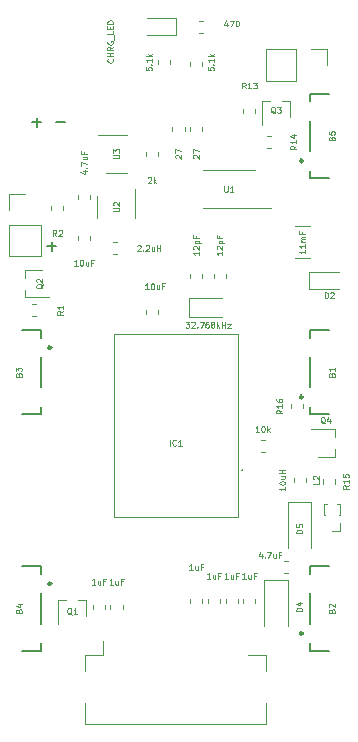
<source format=gbr>
%TF.GenerationSoftware,KiCad,Pcbnew,(5.99.0-2309-gaf729d578)*%
%TF.CreationDate,2020-07-18T18:02:02-04:00*%
%TF.ProjectId,mk2,6d6b322e-6b69-4636-9164-5f7063625858,rev?*%
%TF.SameCoordinates,Original*%
%TF.FileFunction,Legend,Top*%
%TF.FilePolarity,Positive*%
%FSLAX46Y46*%
G04 Gerber Fmt 4.6, Leading zero omitted, Abs format (unit mm)*
G04 Created by KiCad (PCBNEW (5.99.0-2309-gaf729d578)) date 2020-07-18 18:02:02*
%MOMM*%
%LPD*%
G01*
G04 APERTURE LIST*
%ADD10C,0.150000*%
%ADD11C,0.125000*%
%ADD12C,0.120000*%
%ADD13C,0.250000*%
%ADD14C,0.100000*%
G04 APERTURE END LIST*
D10*
X14119047Y-29321428D02*
X14880952Y-29321428D01*
X14500000Y-29702380D02*
X14500000Y-28940476D01*
X12869047Y-18821428D02*
X13630952Y-18821428D01*
X13250000Y-19202380D02*
X13250000Y-18440476D01*
X14869047Y-18821428D02*
X15630952Y-18821428D01*
D11*
%TO.C,R16*%
X34046190Y-43196428D02*
X33808095Y-43363095D01*
X34046190Y-43482142D02*
X33546190Y-43482142D01*
X33546190Y-43291666D01*
X33570000Y-43244047D01*
X33593809Y-43220238D01*
X33641428Y-43196428D01*
X33712857Y-43196428D01*
X33760476Y-43220238D01*
X33784285Y-43244047D01*
X33808095Y-43291666D01*
X33808095Y-43482142D01*
X34046190Y-42720238D02*
X34046190Y-43005952D01*
X34046190Y-42863095D02*
X33546190Y-42863095D01*
X33617619Y-42910714D01*
X33665238Y-42958333D01*
X33689047Y-43005952D01*
X33546190Y-42291666D02*
X33546190Y-42386904D01*
X33570000Y-42434523D01*
X33593809Y-42458333D01*
X33665238Y-42505952D01*
X33760476Y-42529761D01*
X33950952Y-42529761D01*
X33998571Y-42505952D01*
X34022380Y-42482142D01*
X34046190Y-42434523D01*
X34046190Y-42339285D01*
X34022380Y-42291666D01*
X33998571Y-42267857D01*
X33950952Y-42244047D01*
X33831904Y-42244047D01*
X33784285Y-42267857D01*
X33760476Y-42291666D01*
X33736666Y-42339285D01*
X33736666Y-42434523D01*
X33760476Y-42482142D01*
X33784285Y-42505952D01*
X33831904Y-42529761D01*
%TO.C,R15*%
X39656190Y-49571428D02*
X39418095Y-49738095D01*
X39656190Y-49857142D02*
X39156190Y-49857142D01*
X39156190Y-49666666D01*
X39180000Y-49619047D01*
X39203809Y-49595238D01*
X39251428Y-49571428D01*
X39322857Y-49571428D01*
X39370476Y-49595238D01*
X39394285Y-49619047D01*
X39418095Y-49666666D01*
X39418095Y-49857142D01*
X39656190Y-49095238D02*
X39656190Y-49380952D01*
X39656190Y-49238095D02*
X39156190Y-49238095D01*
X39227619Y-49285714D01*
X39275238Y-49333333D01*
X39299047Y-49380952D01*
X39156190Y-48642857D02*
X39156190Y-48880952D01*
X39394285Y-48904761D01*
X39370476Y-48880952D01*
X39346666Y-48833333D01*
X39346666Y-48714285D01*
X39370476Y-48666666D01*
X39394285Y-48642857D01*
X39441904Y-48619047D01*
X39560952Y-48619047D01*
X39608571Y-48642857D01*
X39632380Y-48666666D01*
X39656190Y-48714285D01*
X39656190Y-48833333D01*
X39632380Y-48880952D01*
X39608571Y-48904761D01*
%TO.C,Q4*%
X37652380Y-44323809D02*
X37604761Y-44300000D01*
X37557142Y-44252380D01*
X37485714Y-44180952D01*
X37438095Y-44157142D01*
X37390476Y-44157142D01*
X37414285Y-44276190D02*
X37366666Y-44252380D01*
X37319047Y-44204761D01*
X37295238Y-44109523D01*
X37295238Y-43942857D01*
X37319047Y-43847619D01*
X37366666Y-43800000D01*
X37414285Y-43776190D01*
X37509523Y-43776190D01*
X37557142Y-43800000D01*
X37604761Y-43847619D01*
X37628571Y-43942857D01*
X37628571Y-44109523D01*
X37604761Y-44204761D01*
X37557142Y-44252380D01*
X37509523Y-44276190D01*
X37414285Y-44276190D01*
X38057142Y-43942857D02*
X38057142Y-44276190D01*
X37938095Y-43752380D02*
X37819047Y-44109523D01*
X38128571Y-44109523D01*
%TO.C,SW5*%
X11714285Y-60202380D02*
X11738095Y-60130952D01*
X11761904Y-60107142D01*
X11809523Y-60083333D01*
X11880952Y-60083333D01*
X11928571Y-60107142D01*
X11952380Y-60130952D01*
X11976190Y-60178571D01*
X11976190Y-60369047D01*
X11476190Y-60369047D01*
X11476190Y-60202380D01*
X11500000Y-60154761D01*
X11523809Y-60130952D01*
X11571428Y-60107142D01*
X11619047Y-60107142D01*
X11666666Y-60130952D01*
X11690476Y-60154761D01*
X11714285Y-60202380D01*
X11714285Y-60369047D01*
X11642857Y-59654761D02*
X11976190Y-59654761D01*
X11452380Y-59773809D02*
X11809523Y-59892857D01*
X11809523Y-59583333D01*
%TO.C,SW4*%
X11714285Y-40202380D02*
X11738095Y-40130952D01*
X11761904Y-40107142D01*
X11809523Y-40083333D01*
X11880952Y-40083333D01*
X11928571Y-40107142D01*
X11952380Y-40130952D01*
X11976190Y-40178571D01*
X11976190Y-40369047D01*
X11476190Y-40369047D01*
X11476190Y-40202380D01*
X11500000Y-40154761D01*
X11523809Y-40130952D01*
X11571428Y-40107142D01*
X11619047Y-40107142D01*
X11666666Y-40130952D01*
X11690476Y-40154761D01*
X11714285Y-40202380D01*
X11714285Y-40369047D01*
X11476190Y-39916666D02*
X11476190Y-39607142D01*
X11666666Y-39773809D01*
X11666666Y-39702380D01*
X11690476Y-39654761D01*
X11714285Y-39630952D01*
X11761904Y-39607142D01*
X11880952Y-39607142D01*
X11928571Y-39630952D01*
X11952380Y-39654761D01*
X11976190Y-39702380D01*
X11976190Y-39845238D01*
X11952380Y-39892857D01*
X11928571Y-39916666D01*
%TO.C,SW3*%
X38214285Y-60202380D02*
X38238095Y-60130952D01*
X38261904Y-60107142D01*
X38309523Y-60083333D01*
X38380952Y-60083333D01*
X38428571Y-60107142D01*
X38452380Y-60130952D01*
X38476190Y-60178571D01*
X38476190Y-60369047D01*
X37976190Y-60369047D01*
X37976190Y-60202380D01*
X38000000Y-60154761D01*
X38023809Y-60130952D01*
X38071428Y-60107142D01*
X38119047Y-60107142D01*
X38166666Y-60130952D01*
X38190476Y-60154761D01*
X38214285Y-60202380D01*
X38214285Y-60369047D01*
X38023809Y-59892857D02*
X38000000Y-59869047D01*
X37976190Y-59821428D01*
X37976190Y-59702380D01*
X38000000Y-59654761D01*
X38023809Y-59630952D01*
X38071428Y-59607142D01*
X38119047Y-59607142D01*
X38190476Y-59630952D01*
X38476190Y-59916666D01*
X38476190Y-59607142D01*
%TO.C,SW2*%
X38214285Y-40202380D02*
X38238095Y-40130952D01*
X38261904Y-40107142D01*
X38309523Y-40083333D01*
X38380952Y-40083333D01*
X38428571Y-40107142D01*
X38452380Y-40130952D01*
X38476190Y-40178571D01*
X38476190Y-40369047D01*
X37976190Y-40369047D01*
X37976190Y-40202380D01*
X38000000Y-40154761D01*
X38023809Y-40130952D01*
X38071428Y-40107142D01*
X38119047Y-40107142D01*
X38166666Y-40130952D01*
X38190476Y-40154761D01*
X38214285Y-40202380D01*
X38214285Y-40369047D01*
X38476190Y-39607142D02*
X38476190Y-39892857D01*
X38476190Y-39750000D02*
X37976190Y-39750000D01*
X38047619Y-39797619D01*
X38095238Y-39845238D01*
X38119047Y-39892857D01*
%TO.C,SW1*%
X38214285Y-20202380D02*
X38238095Y-20130952D01*
X38261904Y-20107142D01*
X38309523Y-20083333D01*
X38380952Y-20083333D01*
X38428571Y-20107142D01*
X38452380Y-20130952D01*
X38476190Y-20178571D01*
X38476190Y-20369047D01*
X37976190Y-20369047D01*
X37976190Y-20202380D01*
X38000000Y-20154761D01*
X38023809Y-20130952D01*
X38071428Y-20107142D01*
X38119047Y-20107142D01*
X38166666Y-20130952D01*
X38190476Y-20154761D01*
X38214285Y-20202380D01*
X38214285Y-20369047D01*
X37976190Y-19630952D02*
X37976190Y-19869047D01*
X38214285Y-19892857D01*
X38190476Y-19869047D01*
X38166666Y-19821428D01*
X38166666Y-19702380D01*
X38190476Y-19654761D01*
X38214285Y-19630952D01*
X38261904Y-19607142D01*
X38380952Y-19607142D01*
X38428571Y-19630952D01*
X38452380Y-19654761D01*
X38476190Y-19702380D01*
X38476190Y-19821428D01*
X38452380Y-19869047D01*
X38428571Y-19892857D01*
%TO.C,R14*%
X35226190Y-20821428D02*
X34988095Y-20988095D01*
X35226190Y-21107142D02*
X34726190Y-21107142D01*
X34726190Y-20916666D01*
X34750000Y-20869047D01*
X34773809Y-20845238D01*
X34821428Y-20821428D01*
X34892857Y-20821428D01*
X34940476Y-20845238D01*
X34964285Y-20869047D01*
X34988095Y-20916666D01*
X34988095Y-21107142D01*
X35226190Y-20345238D02*
X35226190Y-20630952D01*
X35226190Y-20488095D02*
X34726190Y-20488095D01*
X34797619Y-20535714D01*
X34845238Y-20583333D01*
X34869047Y-20630952D01*
X34892857Y-19916666D02*
X35226190Y-19916666D01*
X34702380Y-20035714D02*
X35059523Y-20154761D01*
X35059523Y-19845238D01*
%TO.C,R13*%
X30928571Y-15976190D02*
X30761904Y-15738095D01*
X30642857Y-15976190D02*
X30642857Y-15476190D01*
X30833333Y-15476190D01*
X30880952Y-15500000D01*
X30904761Y-15523809D01*
X30928571Y-15571428D01*
X30928571Y-15642857D01*
X30904761Y-15690476D01*
X30880952Y-15714285D01*
X30833333Y-15738095D01*
X30642857Y-15738095D01*
X31404761Y-15976190D02*
X31119047Y-15976190D01*
X31261904Y-15976190D02*
X31261904Y-15476190D01*
X31214285Y-15547619D01*
X31166666Y-15595238D01*
X31119047Y-15619047D01*
X31571428Y-15476190D02*
X31880952Y-15476190D01*
X31714285Y-15666666D01*
X31785714Y-15666666D01*
X31833333Y-15690476D01*
X31857142Y-15714285D01*
X31880952Y-15761904D01*
X31880952Y-15880952D01*
X31857142Y-15928571D01*
X31833333Y-15952380D01*
X31785714Y-15976190D01*
X31642857Y-15976190D01*
X31595238Y-15952380D01*
X31571428Y-15928571D01*
%TO.C,R2*%
X14916666Y-28476190D02*
X14750000Y-28238095D01*
X14630952Y-28476190D02*
X14630952Y-27976190D01*
X14821428Y-27976190D01*
X14869047Y-28000000D01*
X14892857Y-28023809D01*
X14916666Y-28071428D01*
X14916666Y-28142857D01*
X14892857Y-28190476D01*
X14869047Y-28214285D01*
X14821428Y-28238095D01*
X14630952Y-28238095D01*
X15107142Y-28023809D02*
X15130952Y-28000000D01*
X15178571Y-27976190D01*
X15297619Y-27976190D01*
X15345238Y-28000000D01*
X15369047Y-28023809D01*
X15392857Y-28071428D01*
X15392857Y-28119047D01*
X15369047Y-28190476D01*
X15083333Y-28476190D01*
X15392857Y-28476190D01*
%TO.C,R1*%
X15476190Y-34833333D02*
X15238095Y-35000000D01*
X15476190Y-35119047D02*
X14976190Y-35119047D01*
X14976190Y-34928571D01*
X15000000Y-34880952D01*
X15023809Y-34857142D01*
X15071428Y-34833333D01*
X15142857Y-34833333D01*
X15190476Y-34857142D01*
X15214285Y-34880952D01*
X15238095Y-34928571D01*
X15238095Y-35119047D01*
X15476190Y-34357142D02*
X15476190Y-34642857D01*
X15476190Y-34500000D02*
X14976190Y-34500000D01*
X15047619Y-34547619D01*
X15095238Y-34595238D01*
X15119047Y-34642857D01*
%TO.C,Q3*%
X33452380Y-18073809D02*
X33404761Y-18050000D01*
X33357142Y-18002380D01*
X33285714Y-17930952D01*
X33238095Y-17907142D01*
X33190476Y-17907142D01*
X33214285Y-18026190D02*
X33166666Y-18002380D01*
X33119047Y-17954761D01*
X33095238Y-17859523D01*
X33095238Y-17692857D01*
X33119047Y-17597619D01*
X33166666Y-17550000D01*
X33214285Y-17526190D01*
X33309523Y-17526190D01*
X33357142Y-17550000D01*
X33404761Y-17597619D01*
X33428571Y-17692857D01*
X33428571Y-17859523D01*
X33404761Y-17954761D01*
X33357142Y-18002380D01*
X33309523Y-18026190D01*
X33214285Y-18026190D01*
X33595238Y-17526190D02*
X33904761Y-17526190D01*
X33738095Y-17716666D01*
X33809523Y-17716666D01*
X33857142Y-17740476D01*
X33880952Y-17764285D01*
X33904761Y-17811904D01*
X33904761Y-17930952D01*
X33880952Y-17978571D01*
X33857142Y-18002380D01*
X33809523Y-18026190D01*
X33666666Y-18026190D01*
X33619047Y-18002380D01*
X33595238Y-17978571D01*
%TO.C,Q2*%
X13773809Y-32547619D02*
X13750000Y-32595238D01*
X13702380Y-32642857D01*
X13630952Y-32714285D01*
X13607142Y-32761904D01*
X13607142Y-32809523D01*
X13726190Y-32785714D02*
X13702380Y-32833333D01*
X13654761Y-32880952D01*
X13559523Y-32904761D01*
X13392857Y-32904761D01*
X13297619Y-32880952D01*
X13250000Y-32833333D01*
X13226190Y-32785714D01*
X13226190Y-32690476D01*
X13250000Y-32642857D01*
X13297619Y-32595238D01*
X13392857Y-32571428D01*
X13559523Y-32571428D01*
X13654761Y-32595238D01*
X13702380Y-32642857D01*
X13726190Y-32690476D01*
X13726190Y-32785714D01*
X13273809Y-32380952D02*
X13250000Y-32357142D01*
X13226190Y-32309523D01*
X13226190Y-32190476D01*
X13250000Y-32142857D01*
X13273809Y-32119047D01*
X13321428Y-32095238D01*
X13369047Y-32095238D01*
X13440476Y-32119047D01*
X13726190Y-32404761D01*
X13726190Y-32095238D01*
%TO.C,C5*%
X35976190Y-29642857D02*
X35976190Y-29928571D01*
X35976190Y-29785714D02*
X35476190Y-29785714D01*
X35547619Y-29833333D01*
X35595238Y-29880952D01*
X35619047Y-29928571D01*
X35976190Y-29166666D02*
X35976190Y-29452380D01*
X35976190Y-29309523D02*
X35476190Y-29309523D01*
X35547619Y-29357142D01*
X35595238Y-29404761D01*
X35619047Y-29452380D01*
X35976190Y-28952380D02*
X35642857Y-28952380D01*
X35690476Y-28952380D02*
X35666666Y-28928571D01*
X35642857Y-28880952D01*
X35642857Y-28809523D01*
X35666666Y-28761904D01*
X35714285Y-28738095D01*
X35976190Y-28738095D01*
X35714285Y-28738095D02*
X35666666Y-28714285D01*
X35642857Y-28666666D01*
X35642857Y-28595238D01*
X35666666Y-28547619D01*
X35714285Y-28523809D01*
X35976190Y-28523809D01*
X35714285Y-28119047D02*
X35714285Y-28285714D01*
X35976190Y-28285714D02*
X35476190Y-28285714D01*
X35476190Y-28047619D01*
%TO.C,Y1*%
X25845238Y-35726190D02*
X26154761Y-35726190D01*
X25988095Y-35916666D01*
X26059523Y-35916666D01*
X26107142Y-35940476D01*
X26130952Y-35964285D01*
X26154761Y-36011904D01*
X26154761Y-36130952D01*
X26130952Y-36178571D01*
X26107142Y-36202380D01*
X26059523Y-36226190D01*
X25916666Y-36226190D01*
X25869047Y-36202380D01*
X25845238Y-36178571D01*
X26345238Y-35773809D02*
X26369047Y-35750000D01*
X26416666Y-35726190D01*
X26535714Y-35726190D01*
X26583333Y-35750000D01*
X26607142Y-35773809D01*
X26630952Y-35821428D01*
X26630952Y-35869047D01*
X26607142Y-35940476D01*
X26321428Y-36226190D01*
X26630952Y-36226190D01*
X26845238Y-36178571D02*
X26869047Y-36202380D01*
X26845238Y-36226190D01*
X26821428Y-36202380D01*
X26845238Y-36178571D01*
X26845238Y-36226190D01*
X27035714Y-35726190D02*
X27369047Y-35726190D01*
X27154761Y-36226190D01*
X27773809Y-35726190D02*
X27678571Y-35726190D01*
X27630952Y-35750000D01*
X27607142Y-35773809D01*
X27559523Y-35845238D01*
X27535714Y-35940476D01*
X27535714Y-36130952D01*
X27559523Y-36178571D01*
X27583333Y-36202380D01*
X27630952Y-36226190D01*
X27726190Y-36226190D01*
X27773809Y-36202380D01*
X27797619Y-36178571D01*
X27821428Y-36130952D01*
X27821428Y-36011904D01*
X27797619Y-35964285D01*
X27773809Y-35940476D01*
X27726190Y-35916666D01*
X27630952Y-35916666D01*
X27583333Y-35940476D01*
X27559523Y-35964285D01*
X27535714Y-36011904D01*
X28107142Y-35940476D02*
X28059523Y-35916666D01*
X28035714Y-35892857D01*
X28011904Y-35845238D01*
X28011904Y-35821428D01*
X28035714Y-35773809D01*
X28059523Y-35750000D01*
X28107142Y-35726190D01*
X28202380Y-35726190D01*
X28250000Y-35750000D01*
X28273809Y-35773809D01*
X28297619Y-35821428D01*
X28297619Y-35845238D01*
X28273809Y-35892857D01*
X28250000Y-35916666D01*
X28202380Y-35940476D01*
X28107142Y-35940476D01*
X28059523Y-35964285D01*
X28035714Y-35988095D01*
X28011904Y-36035714D01*
X28011904Y-36130952D01*
X28035714Y-36178571D01*
X28059523Y-36202380D01*
X28107142Y-36226190D01*
X28202380Y-36226190D01*
X28250000Y-36202380D01*
X28273809Y-36178571D01*
X28297619Y-36130952D01*
X28297619Y-36035714D01*
X28273809Y-35988095D01*
X28250000Y-35964285D01*
X28202380Y-35940476D01*
X28511904Y-36226190D02*
X28511904Y-35726190D01*
X28559523Y-36035714D02*
X28702380Y-36226190D01*
X28702380Y-35892857D02*
X28511904Y-36083333D01*
X28916666Y-36226190D02*
X28916666Y-35726190D01*
X28916666Y-35964285D02*
X29202380Y-35964285D01*
X29202380Y-36226190D02*
X29202380Y-35726190D01*
X29392857Y-35892857D02*
X29654761Y-35892857D01*
X29392857Y-36226190D01*
X29654761Y-36226190D01*
%TO.C,U3*%
X19726190Y-21880952D02*
X20130952Y-21880952D01*
X20178571Y-21857142D01*
X20202380Y-21833333D01*
X20226190Y-21785714D01*
X20226190Y-21690476D01*
X20202380Y-21642857D01*
X20178571Y-21619047D01*
X20130952Y-21595238D01*
X19726190Y-21595238D01*
X19726190Y-21404761D02*
X19726190Y-21095238D01*
X19916666Y-21261904D01*
X19916666Y-21190476D01*
X19940476Y-21142857D01*
X19964285Y-21119047D01*
X20011904Y-21095238D01*
X20130952Y-21095238D01*
X20178571Y-21119047D01*
X20202380Y-21142857D01*
X20226190Y-21190476D01*
X20226190Y-21333333D01*
X20202380Y-21380952D01*
X20178571Y-21404761D01*
%TO.C,U2*%
X19726190Y-26380952D02*
X20130952Y-26380952D01*
X20178571Y-26357142D01*
X20202380Y-26333333D01*
X20226190Y-26285714D01*
X20226190Y-26190476D01*
X20202380Y-26142857D01*
X20178571Y-26119047D01*
X20130952Y-26095238D01*
X19726190Y-26095238D01*
X19773809Y-25880952D02*
X19750000Y-25857142D01*
X19726190Y-25809523D01*
X19726190Y-25690476D01*
X19750000Y-25642857D01*
X19773809Y-25619047D01*
X19821428Y-25595238D01*
X19869047Y-25595238D01*
X19940476Y-25619047D01*
X20226190Y-25904761D01*
X20226190Y-25595238D01*
%TO.C,U1*%
X29119047Y-24226190D02*
X29119047Y-24630952D01*
X29142857Y-24678571D01*
X29166666Y-24702380D01*
X29214285Y-24726190D01*
X29309523Y-24726190D01*
X29357142Y-24702380D01*
X29380952Y-24678571D01*
X29404761Y-24630952D01*
X29404761Y-24226190D01*
X29904761Y-24726190D02*
X29619047Y-24726190D01*
X29761904Y-24726190D02*
X29761904Y-24226190D01*
X29714285Y-24297619D01*
X29666666Y-24345238D01*
X29619047Y-24369047D01*
%TO.C,R12*%
X27726190Y-14190476D02*
X27726190Y-14428571D01*
X27964285Y-14452380D01*
X27940476Y-14428571D01*
X27916666Y-14380952D01*
X27916666Y-14261904D01*
X27940476Y-14214285D01*
X27964285Y-14190476D01*
X28011904Y-14166666D01*
X28130952Y-14166666D01*
X28178571Y-14190476D01*
X28202380Y-14214285D01*
X28226190Y-14261904D01*
X28226190Y-14380952D01*
X28202380Y-14428571D01*
X28178571Y-14452380D01*
X28178571Y-13952380D02*
X28202380Y-13928571D01*
X28226190Y-13952380D01*
X28202380Y-13976190D01*
X28178571Y-13952380D01*
X28226190Y-13952380D01*
X28226190Y-13452380D02*
X28226190Y-13738095D01*
X28226190Y-13595238D02*
X27726190Y-13595238D01*
X27797619Y-13642857D01*
X27845238Y-13690476D01*
X27869047Y-13738095D01*
X28226190Y-13238095D02*
X27726190Y-13238095D01*
X28035714Y-13190476D02*
X28226190Y-13047619D01*
X27892857Y-13047619D02*
X28083333Y-13238095D01*
%TO.C,R11*%
X22476190Y-14190476D02*
X22476190Y-14428571D01*
X22714285Y-14452380D01*
X22690476Y-14428571D01*
X22666666Y-14380952D01*
X22666666Y-14261904D01*
X22690476Y-14214285D01*
X22714285Y-14190476D01*
X22761904Y-14166666D01*
X22880952Y-14166666D01*
X22928571Y-14190476D01*
X22952380Y-14214285D01*
X22976190Y-14261904D01*
X22976190Y-14380952D01*
X22952380Y-14428571D01*
X22928571Y-14452380D01*
X22928571Y-13952380D02*
X22952380Y-13928571D01*
X22976190Y-13952380D01*
X22952380Y-13976190D01*
X22928571Y-13952380D01*
X22976190Y-13952380D01*
X22976190Y-13452380D02*
X22976190Y-13738095D01*
X22976190Y-13595238D02*
X22476190Y-13595238D01*
X22547619Y-13642857D01*
X22595238Y-13690476D01*
X22619047Y-13738095D01*
X22976190Y-13238095D02*
X22476190Y-13238095D01*
X22785714Y-13190476D02*
X22976190Y-13047619D01*
X22642857Y-13047619D02*
X22833333Y-13238095D01*
%TO.C,R10*%
X29369047Y-10392857D02*
X29369047Y-10726190D01*
X29250000Y-10202380D02*
X29130952Y-10559523D01*
X29440476Y-10559523D01*
X29583333Y-10226190D02*
X29916666Y-10226190D01*
X29702380Y-10726190D01*
X30202380Y-10226190D02*
X30250000Y-10226190D01*
X30297619Y-10250000D01*
X30321428Y-10273809D01*
X30345238Y-10321428D01*
X30369047Y-10416666D01*
X30369047Y-10535714D01*
X30345238Y-10630952D01*
X30321428Y-10678571D01*
X30297619Y-10702380D01*
X30250000Y-10726190D01*
X30202380Y-10726190D01*
X30154761Y-10702380D01*
X30130952Y-10678571D01*
X30107142Y-10630952D01*
X30083333Y-10535714D01*
X30083333Y-10416666D01*
X30107142Y-10321428D01*
X30130952Y-10273809D01*
X30154761Y-10250000D01*
X30202380Y-10226190D01*
%TO.C,R9*%
X22654761Y-23523809D02*
X22678571Y-23500000D01*
X22726190Y-23476190D01*
X22845238Y-23476190D01*
X22892857Y-23500000D01*
X22916666Y-23523809D01*
X22940476Y-23571428D01*
X22940476Y-23619047D01*
X22916666Y-23690476D01*
X22630952Y-23976190D01*
X22940476Y-23976190D01*
X23154761Y-23976190D02*
X23154761Y-23476190D01*
X23202380Y-23785714D02*
X23345238Y-23976190D01*
X23345238Y-23642857D02*
X23154761Y-23833333D01*
%TO.C,R5*%
X32077380Y-45046190D02*
X31791666Y-45046190D01*
X31934523Y-45046190D02*
X31934523Y-44546190D01*
X31886904Y-44617619D01*
X31839285Y-44665238D01*
X31791666Y-44689047D01*
X32386904Y-44546190D02*
X32434523Y-44546190D01*
X32482142Y-44570000D01*
X32505952Y-44593809D01*
X32529761Y-44641428D01*
X32553571Y-44736666D01*
X32553571Y-44855714D01*
X32529761Y-44950952D01*
X32505952Y-44998571D01*
X32482142Y-45022380D01*
X32434523Y-45046190D01*
X32386904Y-45046190D01*
X32339285Y-45022380D01*
X32315476Y-44998571D01*
X32291666Y-44950952D01*
X32267857Y-44855714D01*
X32267857Y-44736666D01*
X32291666Y-44641428D01*
X32315476Y-44593809D01*
X32339285Y-44570000D01*
X32386904Y-44546190D01*
X32767857Y-45046190D02*
X32767857Y-44546190D01*
X32815476Y-44855714D02*
X32958333Y-45046190D01*
X32958333Y-44712857D02*
X32767857Y-44903333D01*
%TO.C,R4*%
X26523809Y-21880952D02*
X26500000Y-21857142D01*
X26476190Y-21809523D01*
X26476190Y-21690476D01*
X26500000Y-21642857D01*
X26523809Y-21619047D01*
X26571428Y-21595238D01*
X26619047Y-21595238D01*
X26690476Y-21619047D01*
X26976190Y-21904761D01*
X26976190Y-21595238D01*
X26476190Y-21428571D02*
X26476190Y-21095238D01*
X26976190Y-21309523D01*
%TO.C,R3*%
X25023809Y-21880952D02*
X25000000Y-21857142D01*
X24976190Y-21809523D01*
X24976190Y-21690476D01*
X25000000Y-21642857D01*
X25023809Y-21619047D01*
X25071428Y-21595238D01*
X25119047Y-21595238D01*
X25190476Y-21619047D01*
X25476190Y-21904761D01*
X25476190Y-21595238D01*
X24976190Y-21428571D02*
X24976190Y-21095238D01*
X25476190Y-21309523D01*
%TO.C,Q1*%
X16202380Y-60523809D02*
X16154761Y-60500000D01*
X16107142Y-60452380D01*
X16035714Y-60380952D01*
X15988095Y-60357142D01*
X15940476Y-60357142D01*
X15964285Y-60476190D02*
X15916666Y-60452380D01*
X15869047Y-60404761D01*
X15845238Y-60309523D01*
X15845238Y-60142857D01*
X15869047Y-60047619D01*
X15916666Y-60000000D01*
X15964285Y-59976190D01*
X16059523Y-59976190D01*
X16107142Y-60000000D01*
X16154761Y-60047619D01*
X16178571Y-60142857D01*
X16178571Y-60309523D01*
X16154761Y-60404761D01*
X16107142Y-60452380D01*
X16059523Y-60476190D01*
X15964285Y-60476190D01*
X16654761Y-60476190D02*
X16369047Y-60476190D01*
X16511904Y-60476190D02*
X16511904Y-59976190D01*
X16464285Y-60047619D01*
X16416666Y-60095238D01*
X16369047Y-60119047D01*
%TO.C,L2*%
X37156190Y-49208333D02*
X37156190Y-49446428D01*
X36656190Y-49446428D01*
X36703809Y-49065476D02*
X36680000Y-49041666D01*
X36656190Y-48994047D01*
X36656190Y-48875000D01*
X36680000Y-48827380D01*
X36703809Y-48803571D01*
X36751428Y-48779761D01*
X36799047Y-48779761D01*
X36870476Y-48803571D01*
X37156190Y-49089285D01*
X37156190Y-48779761D01*
X34296190Y-49708333D02*
X34296190Y-49994047D01*
X34296190Y-49851190D02*
X33796190Y-49851190D01*
X33867619Y-49898809D01*
X33915238Y-49946428D01*
X33939047Y-49994047D01*
X33796190Y-49398809D02*
X33796190Y-49351190D01*
X33820000Y-49303571D01*
X33843809Y-49279761D01*
X33891428Y-49255952D01*
X33986666Y-49232142D01*
X34105714Y-49232142D01*
X34200952Y-49255952D01*
X34248571Y-49279761D01*
X34272380Y-49303571D01*
X34296190Y-49351190D01*
X34296190Y-49398809D01*
X34272380Y-49446428D01*
X34248571Y-49470238D01*
X34200952Y-49494047D01*
X34105714Y-49517857D01*
X33986666Y-49517857D01*
X33891428Y-49494047D01*
X33843809Y-49470238D01*
X33820000Y-49446428D01*
X33796190Y-49398809D01*
X33962857Y-48803571D02*
X34296190Y-48803571D01*
X33962857Y-49017857D02*
X34224761Y-49017857D01*
X34272380Y-48994047D01*
X34296190Y-48946428D01*
X34296190Y-48875000D01*
X34272380Y-48827380D01*
X34248571Y-48803571D01*
X34296190Y-48565476D02*
X33796190Y-48565476D01*
X34034285Y-48565476D02*
X34034285Y-48279761D01*
X34296190Y-48279761D02*
X33796190Y-48279761D01*
%TO.C,L1*%
X21761904Y-29273809D02*
X21785714Y-29250000D01*
X21833333Y-29226190D01*
X21952380Y-29226190D01*
X22000000Y-29250000D01*
X22023809Y-29273809D01*
X22047619Y-29321428D01*
X22047619Y-29369047D01*
X22023809Y-29440476D01*
X21738095Y-29726190D01*
X22047619Y-29726190D01*
X22261904Y-29678571D02*
X22285714Y-29702380D01*
X22261904Y-29726190D01*
X22238095Y-29702380D01*
X22261904Y-29678571D01*
X22261904Y-29726190D01*
X22476190Y-29273809D02*
X22500000Y-29250000D01*
X22547619Y-29226190D01*
X22666666Y-29226190D01*
X22714285Y-29250000D01*
X22738095Y-29273809D01*
X22761904Y-29321428D01*
X22761904Y-29369047D01*
X22738095Y-29440476D01*
X22452380Y-29726190D01*
X22761904Y-29726190D01*
X23190476Y-29392857D02*
X23190476Y-29726190D01*
X22976190Y-29392857D02*
X22976190Y-29654761D01*
X23000000Y-29702380D01*
X23047619Y-29726190D01*
X23119047Y-29726190D01*
X23166666Y-29702380D01*
X23190476Y-29678571D01*
X23428571Y-29726190D02*
X23428571Y-29226190D01*
X23428571Y-29464285D02*
X23714285Y-29464285D01*
X23714285Y-29726190D02*
X23714285Y-29226190D01*
%TO.C,IC1*%
X24511904Y-46226190D02*
X24511904Y-45726190D01*
X25035714Y-46178571D02*
X25011904Y-46202380D01*
X24940476Y-46226190D01*
X24892857Y-46226190D01*
X24821428Y-46202380D01*
X24773809Y-46154761D01*
X24750000Y-46107142D01*
X24726190Y-46011904D01*
X24726190Y-45940476D01*
X24750000Y-45845238D01*
X24773809Y-45797619D01*
X24821428Y-45750000D01*
X24892857Y-45726190D01*
X24940476Y-45726190D01*
X25011904Y-45750000D01*
X25035714Y-45773809D01*
X25511904Y-46226190D02*
X25226190Y-46226190D01*
X25369047Y-46226190D02*
X25369047Y-45726190D01*
X25321428Y-45797619D01*
X25273809Y-45845238D01*
X25226190Y-45869047D01*
%TO.C,D6*%
X19678571Y-13476190D02*
X19702380Y-13500000D01*
X19726190Y-13571428D01*
X19726190Y-13619047D01*
X19702380Y-13690476D01*
X19654761Y-13738095D01*
X19607142Y-13761904D01*
X19511904Y-13785714D01*
X19440476Y-13785714D01*
X19345238Y-13761904D01*
X19297619Y-13738095D01*
X19250000Y-13690476D01*
X19226190Y-13619047D01*
X19226190Y-13571428D01*
X19250000Y-13500000D01*
X19273809Y-13476190D01*
X19726190Y-13261904D02*
X19226190Y-13261904D01*
X19464285Y-13261904D02*
X19464285Y-12976190D01*
X19726190Y-12976190D02*
X19226190Y-12976190D01*
X19726190Y-12452380D02*
X19488095Y-12619047D01*
X19726190Y-12738095D02*
X19226190Y-12738095D01*
X19226190Y-12547619D01*
X19250000Y-12500000D01*
X19273809Y-12476190D01*
X19321428Y-12452380D01*
X19392857Y-12452380D01*
X19440476Y-12476190D01*
X19464285Y-12500000D01*
X19488095Y-12547619D01*
X19488095Y-12738095D01*
X19250000Y-11976190D02*
X19226190Y-12023809D01*
X19226190Y-12095238D01*
X19250000Y-12166666D01*
X19297619Y-12214285D01*
X19345238Y-12238095D01*
X19440476Y-12261904D01*
X19511904Y-12261904D01*
X19607142Y-12238095D01*
X19654761Y-12214285D01*
X19702380Y-12166666D01*
X19726190Y-12095238D01*
X19726190Y-12047619D01*
X19702380Y-11976190D01*
X19678571Y-11952380D01*
X19511904Y-11952380D01*
X19511904Y-12047619D01*
X19773809Y-11857142D02*
X19773809Y-11476190D01*
X19726190Y-11119047D02*
X19726190Y-11357142D01*
X19226190Y-11357142D01*
X19464285Y-10952380D02*
X19464285Y-10785714D01*
X19726190Y-10714285D02*
X19726190Y-10952380D01*
X19226190Y-10952380D01*
X19226190Y-10714285D01*
X19726190Y-10500000D02*
X19226190Y-10500000D01*
X19226190Y-10380952D01*
X19250000Y-10309523D01*
X19297619Y-10261904D01*
X19345238Y-10238095D01*
X19440476Y-10214285D01*
X19511904Y-10214285D01*
X19607142Y-10238095D01*
X19654761Y-10261904D01*
X19702380Y-10309523D01*
X19726190Y-10380952D01*
X19726190Y-10500000D01*
%TO.C,D5*%
X35726190Y-53619047D02*
X35226190Y-53619047D01*
X35226190Y-53500000D01*
X35250000Y-53428571D01*
X35297619Y-53380952D01*
X35345238Y-53357142D01*
X35440476Y-53333333D01*
X35511904Y-53333333D01*
X35607142Y-53357142D01*
X35654761Y-53380952D01*
X35702380Y-53428571D01*
X35726190Y-53500000D01*
X35726190Y-53619047D01*
X35226190Y-52880952D02*
X35226190Y-53119047D01*
X35464285Y-53142857D01*
X35440476Y-53119047D01*
X35416666Y-53071428D01*
X35416666Y-52952380D01*
X35440476Y-52904761D01*
X35464285Y-52880952D01*
X35511904Y-52857142D01*
X35630952Y-52857142D01*
X35678571Y-52880952D01*
X35702380Y-52904761D01*
X35726190Y-52952380D01*
X35726190Y-53071428D01*
X35702380Y-53119047D01*
X35678571Y-53142857D01*
%TO.C,D4*%
X35726190Y-60219047D02*
X35226190Y-60219047D01*
X35226190Y-60100000D01*
X35250000Y-60028571D01*
X35297619Y-59980952D01*
X35345238Y-59957142D01*
X35440476Y-59933333D01*
X35511904Y-59933333D01*
X35607142Y-59957142D01*
X35654761Y-59980952D01*
X35702380Y-60028571D01*
X35726190Y-60100000D01*
X35726190Y-60219047D01*
X35392857Y-59504761D02*
X35726190Y-59504761D01*
X35202380Y-59623809D02*
X35559523Y-59742857D01*
X35559523Y-59433333D01*
%TO.C,D2*%
X37630952Y-33726190D02*
X37630952Y-33226190D01*
X37750000Y-33226190D01*
X37821428Y-33250000D01*
X37869047Y-33297619D01*
X37892857Y-33345238D01*
X37916666Y-33440476D01*
X37916666Y-33511904D01*
X37892857Y-33607142D01*
X37869047Y-33654761D01*
X37821428Y-33702380D01*
X37750000Y-33726190D01*
X37630952Y-33726190D01*
X38107142Y-33273809D02*
X38130952Y-33250000D01*
X38178571Y-33226190D01*
X38297619Y-33226190D01*
X38345238Y-33250000D01*
X38369047Y-33273809D01*
X38392857Y-33321428D01*
X38392857Y-33369047D01*
X38369047Y-33440476D01*
X38083333Y-33726190D01*
X38392857Y-33726190D01*
%TO.C,C19*%
X30952380Y-57476190D02*
X30666666Y-57476190D01*
X30809523Y-57476190D02*
X30809523Y-56976190D01*
X30761904Y-57047619D01*
X30714285Y-57095238D01*
X30666666Y-57119047D01*
X31380952Y-57142857D02*
X31380952Y-57476190D01*
X31166666Y-57142857D02*
X31166666Y-57404761D01*
X31190476Y-57452380D01*
X31238095Y-57476190D01*
X31309523Y-57476190D01*
X31357142Y-57452380D01*
X31380952Y-57428571D01*
X31785714Y-57214285D02*
X31619047Y-57214285D01*
X31619047Y-57476190D02*
X31619047Y-56976190D01*
X31857142Y-56976190D01*
%TO.C,C18*%
X29452380Y-57476190D02*
X29166666Y-57476190D01*
X29309523Y-57476190D02*
X29309523Y-56976190D01*
X29261904Y-57047619D01*
X29214285Y-57095238D01*
X29166666Y-57119047D01*
X29880952Y-57142857D02*
X29880952Y-57476190D01*
X29666666Y-57142857D02*
X29666666Y-57404761D01*
X29690476Y-57452380D01*
X29738095Y-57476190D01*
X29809523Y-57476190D01*
X29857142Y-57452380D01*
X29880952Y-57428571D01*
X30285714Y-57214285D02*
X30119047Y-57214285D01*
X30119047Y-57476190D02*
X30119047Y-56976190D01*
X30357142Y-56976190D01*
%TO.C,C17*%
X27952380Y-57476190D02*
X27666666Y-57476190D01*
X27809523Y-57476190D02*
X27809523Y-56976190D01*
X27761904Y-57047619D01*
X27714285Y-57095238D01*
X27666666Y-57119047D01*
X28380952Y-57142857D02*
X28380952Y-57476190D01*
X28166666Y-57142857D02*
X28166666Y-57404761D01*
X28190476Y-57452380D01*
X28238095Y-57476190D01*
X28309523Y-57476190D01*
X28357142Y-57452380D01*
X28380952Y-57428571D01*
X28785714Y-57214285D02*
X28619047Y-57214285D01*
X28619047Y-57476190D02*
X28619047Y-56976190D01*
X28857142Y-56976190D01*
%TO.C,C16*%
X19702380Y-57976190D02*
X19416666Y-57976190D01*
X19559523Y-57976190D02*
X19559523Y-57476190D01*
X19511904Y-57547619D01*
X19464285Y-57595238D01*
X19416666Y-57619047D01*
X20130952Y-57642857D02*
X20130952Y-57976190D01*
X19916666Y-57642857D02*
X19916666Y-57904761D01*
X19940476Y-57952380D01*
X19988095Y-57976190D01*
X20059523Y-57976190D01*
X20107142Y-57952380D01*
X20130952Y-57928571D01*
X20535714Y-57714285D02*
X20369047Y-57714285D01*
X20369047Y-57976190D02*
X20369047Y-57476190D01*
X20607142Y-57476190D01*
%TO.C,C14*%
X18202380Y-57976190D02*
X17916666Y-57976190D01*
X18059523Y-57976190D02*
X18059523Y-57476190D01*
X18011904Y-57547619D01*
X17964285Y-57595238D01*
X17916666Y-57619047D01*
X18630952Y-57642857D02*
X18630952Y-57976190D01*
X18416666Y-57642857D02*
X18416666Y-57904761D01*
X18440476Y-57952380D01*
X18488095Y-57976190D01*
X18559523Y-57976190D01*
X18607142Y-57952380D01*
X18630952Y-57928571D01*
X19035714Y-57714285D02*
X18869047Y-57714285D01*
X18869047Y-57976190D02*
X18869047Y-57476190D01*
X19107142Y-57476190D01*
%TO.C,C13*%
X26452380Y-56726190D02*
X26166666Y-56726190D01*
X26309523Y-56726190D02*
X26309523Y-56226190D01*
X26261904Y-56297619D01*
X26214285Y-56345238D01*
X26166666Y-56369047D01*
X26880952Y-56392857D02*
X26880952Y-56726190D01*
X26666666Y-56392857D02*
X26666666Y-56654761D01*
X26690476Y-56702380D01*
X26738095Y-56726190D01*
X26809523Y-56726190D01*
X26857142Y-56702380D01*
X26880952Y-56678571D01*
X27285714Y-56464285D02*
X27119047Y-56464285D01*
X27119047Y-56726190D02*
X27119047Y-56226190D01*
X27357142Y-56226190D01*
%TO.C,C8*%
X32297619Y-55392857D02*
X32297619Y-55726190D01*
X32178571Y-55202380D02*
X32059523Y-55559523D01*
X32369047Y-55559523D01*
X32559523Y-55678571D02*
X32583333Y-55702380D01*
X32559523Y-55726190D01*
X32535714Y-55702380D01*
X32559523Y-55678571D01*
X32559523Y-55726190D01*
X32750000Y-55226190D02*
X33083333Y-55226190D01*
X32869047Y-55726190D01*
X33488095Y-55392857D02*
X33488095Y-55726190D01*
X33273809Y-55392857D02*
X33273809Y-55654761D01*
X33297619Y-55702380D01*
X33345238Y-55726190D01*
X33416666Y-55726190D01*
X33464285Y-55702380D01*
X33488095Y-55678571D01*
X33892857Y-55464285D02*
X33726190Y-55464285D01*
X33726190Y-55726190D02*
X33726190Y-55226190D01*
X33964285Y-55226190D01*
%TO.C,C7*%
X16714285Y-30976190D02*
X16428571Y-30976190D01*
X16571428Y-30976190D02*
X16571428Y-30476190D01*
X16523809Y-30547619D01*
X16476190Y-30595238D01*
X16428571Y-30619047D01*
X17023809Y-30476190D02*
X17071428Y-30476190D01*
X17119047Y-30500000D01*
X17142857Y-30523809D01*
X17166666Y-30571428D01*
X17190476Y-30666666D01*
X17190476Y-30785714D01*
X17166666Y-30880952D01*
X17142857Y-30928571D01*
X17119047Y-30952380D01*
X17071428Y-30976190D01*
X17023809Y-30976190D01*
X16976190Y-30952380D01*
X16952380Y-30928571D01*
X16928571Y-30880952D01*
X16904761Y-30785714D01*
X16904761Y-30666666D01*
X16928571Y-30571428D01*
X16952380Y-30523809D01*
X16976190Y-30500000D01*
X17023809Y-30476190D01*
X17619047Y-30642857D02*
X17619047Y-30976190D01*
X17404761Y-30642857D02*
X17404761Y-30904761D01*
X17428571Y-30952380D01*
X17476190Y-30976190D01*
X17547619Y-30976190D01*
X17595238Y-30952380D01*
X17619047Y-30928571D01*
X18023809Y-30714285D02*
X17857142Y-30714285D01*
X17857142Y-30976190D02*
X17857142Y-30476190D01*
X18095238Y-30476190D01*
%TO.C,C4*%
X17142857Y-22952380D02*
X17476190Y-22952380D01*
X16952380Y-23071428D02*
X17309523Y-23190476D01*
X17309523Y-22880952D01*
X17428571Y-22690476D02*
X17452380Y-22666666D01*
X17476190Y-22690476D01*
X17452380Y-22714285D01*
X17428571Y-22690476D01*
X17476190Y-22690476D01*
X16976190Y-22500000D02*
X16976190Y-22166666D01*
X17476190Y-22380952D01*
X17142857Y-21761904D02*
X17476190Y-21761904D01*
X17142857Y-21976190D02*
X17404761Y-21976190D01*
X17452380Y-21952380D01*
X17476190Y-21904761D01*
X17476190Y-21833333D01*
X17452380Y-21785714D01*
X17428571Y-21761904D01*
X17214285Y-21357142D02*
X17214285Y-21523809D01*
X17476190Y-21523809D02*
X16976190Y-21523809D01*
X16976190Y-21285714D01*
%TO.C,C3*%
X22714285Y-32976190D02*
X22428571Y-32976190D01*
X22571428Y-32976190D02*
X22571428Y-32476190D01*
X22523809Y-32547619D01*
X22476190Y-32595238D01*
X22428571Y-32619047D01*
X23023809Y-32476190D02*
X23071428Y-32476190D01*
X23119047Y-32500000D01*
X23142857Y-32523809D01*
X23166666Y-32571428D01*
X23190476Y-32666666D01*
X23190476Y-32785714D01*
X23166666Y-32880952D01*
X23142857Y-32928571D01*
X23119047Y-32952380D01*
X23071428Y-32976190D01*
X23023809Y-32976190D01*
X22976190Y-32952380D01*
X22952380Y-32928571D01*
X22928571Y-32880952D01*
X22904761Y-32785714D01*
X22904761Y-32666666D01*
X22928571Y-32571428D01*
X22952380Y-32523809D01*
X22976190Y-32500000D01*
X23023809Y-32476190D01*
X23619047Y-32642857D02*
X23619047Y-32976190D01*
X23404761Y-32642857D02*
X23404761Y-32904761D01*
X23428571Y-32952380D01*
X23476190Y-32976190D01*
X23547619Y-32976190D01*
X23595238Y-32952380D01*
X23619047Y-32928571D01*
X24023809Y-32714285D02*
X23857142Y-32714285D01*
X23857142Y-32976190D02*
X23857142Y-32476190D01*
X24095238Y-32476190D01*
%TO.C,C2*%
X26976190Y-29785714D02*
X26976190Y-30071428D01*
X26976190Y-29928571D02*
X26476190Y-29928571D01*
X26547619Y-29976190D01*
X26595238Y-30023809D01*
X26619047Y-30071428D01*
X26523809Y-29595238D02*
X26500000Y-29571428D01*
X26476190Y-29523809D01*
X26476190Y-29404761D01*
X26500000Y-29357142D01*
X26523809Y-29333333D01*
X26571428Y-29309523D01*
X26619047Y-29309523D01*
X26690476Y-29333333D01*
X26976190Y-29619047D01*
X26976190Y-29309523D01*
X26642857Y-29095238D02*
X27142857Y-29095238D01*
X26666666Y-29095238D02*
X26642857Y-29047619D01*
X26642857Y-28952380D01*
X26666666Y-28904761D01*
X26690476Y-28880952D01*
X26738095Y-28857142D01*
X26880952Y-28857142D01*
X26928571Y-28880952D01*
X26952380Y-28904761D01*
X26976190Y-28952380D01*
X26976190Y-29047619D01*
X26952380Y-29095238D01*
X26714285Y-28476190D02*
X26714285Y-28642857D01*
X26976190Y-28642857D02*
X26476190Y-28642857D01*
X26476190Y-28404761D01*
%TO.C,C1*%
X28976190Y-29785714D02*
X28976190Y-30071428D01*
X28976190Y-29928571D02*
X28476190Y-29928571D01*
X28547619Y-29976190D01*
X28595238Y-30023809D01*
X28619047Y-30071428D01*
X28523809Y-29595238D02*
X28500000Y-29571428D01*
X28476190Y-29523809D01*
X28476190Y-29404761D01*
X28500000Y-29357142D01*
X28523809Y-29333333D01*
X28571428Y-29309523D01*
X28619047Y-29309523D01*
X28690476Y-29333333D01*
X28976190Y-29619047D01*
X28976190Y-29309523D01*
X28642857Y-29095238D02*
X29142857Y-29095238D01*
X28666666Y-29095238D02*
X28642857Y-29047619D01*
X28642857Y-28952380D01*
X28666666Y-28904761D01*
X28690476Y-28880952D01*
X28738095Y-28857142D01*
X28880952Y-28857142D01*
X28928571Y-28880952D01*
X28952380Y-28904761D01*
X28976190Y-28952380D01*
X28976190Y-29047619D01*
X28952380Y-29095238D01*
X28714285Y-28476190D02*
X28714285Y-28642857D01*
X28976190Y-28642857D02*
X28476190Y-28642857D01*
X28476190Y-28404761D01*
D12*
%TO.C,J3*%
X38945000Y-53435000D02*
X38250000Y-53435000D01*
X38945000Y-52750000D02*
X38945000Y-53435000D01*
X37641724Y-52065000D02*
X37555000Y-52065000D01*
X38945000Y-52065000D02*
X38858276Y-52065000D01*
X37555000Y-52065000D02*
X37555000Y-51190000D01*
X38945000Y-52065000D02*
X38945000Y-51190000D01*
X37855507Y-51190000D02*
X37555000Y-51190000D01*
X38945000Y-51190000D02*
X38644493Y-51190000D01*
%TO.C,R16*%
X35760000Y-43046267D02*
X35760000Y-42703733D01*
X34740000Y-43046267D02*
X34740000Y-42703733D01*
%TO.C,R15*%
X37490000Y-49078733D02*
X37490000Y-49421267D01*
X38510000Y-49078733D02*
X38510000Y-49421267D01*
%TO.C,Q4*%
X37070000Y-47160000D02*
X38480000Y-47160000D01*
X38480000Y-44840000D02*
X36450000Y-44840000D01*
X38480000Y-44840000D02*
X38480000Y-45500000D01*
X38480000Y-46500000D02*
X38480000Y-47160000D01*
D10*
%TO.C,SW5*%
X12025000Y-56425000D02*
X13625000Y-56425000D01*
X12025000Y-63575000D02*
X13625000Y-63575000D01*
X13625000Y-62925000D02*
X13625000Y-63575000D01*
X13625000Y-58725000D02*
X13625000Y-61275000D01*
X13625000Y-56425000D02*
X13625000Y-57075000D01*
D13*
X14470000Y-57900000D02*
G75*
G03*
X14470000Y-57900000I-125000J0D01*
G01*
D10*
%TO.C,SW4*%
X12025000Y-36425000D02*
X13625000Y-36425000D01*
X12025000Y-43575000D02*
X13625000Y-43575000D01*
X13625000Y-42925000D02*
X13625000Y-43575000D01*
X13625000Y-38725000D02*
X13625000Y-41275000D01*
X13625000Y-36425000D02*
X13625000Y-37075000D01*
D13*
X14470000Y-37900000D02*
G75*
G03*
X14470000Y-37900000I-125000J0D01*
G01*
D10*
%TO.C,SW3*%
X37975000Y-63575000D02*
X36375000Y-63575000D01*
X37975000Y-56425000D02*
X36375000Y-56425000D01*
X36375000Y-57075000D02*
X36375000Y-56425000D01*
X36375000Y-61275000D02*
X36375000Y-58725000D01*
X36375000Y-63575000D02*
X36375000Y-62925000D01*
D13*
X35780000Y-62100000D02*
G75*
G03*
X35780000Y-62100000I-125000J0D01*
G01*
D10*
%TO.C,SW2*%
X37975000Y-43575000D02*
X36375000Y-43575000D01*
X37975000Y-36425000D02*
X36375000Y-36425000D01*
X36375000Y-37075000D02*
X36375000Y-36425000D01*
X36375000Y-41275000D02*
X36375000Y-38725000D01*
X36375000Y-43575000D02*
X36375000Y-42925000D01*
D13*
X35780000Y-42100000D02*
G75*
G03*
X35780000Y-42100000I-125000J0D01*
G01*
D10*
%TO.C,SW1*%
X37975000Y-23575000D02*
X36375000Y-23575000D01*
X37975000Y-16425000D02*
X36375000Y-16425000D01*
X36375000Y-17075000D02*
X36375000Y-16425000D01*
X36375000Y-21275000D02*
X36375000Y-18725000D01*
X36375000Y-23575000D02*
X36375000Y-22925000D01*
D13*
X35780000Y-22100000D02*
G75*
G03*
X35780000Y-22100000I-125000J0D01*
G01*
D12*
%TO.C,R14*%
X32703733Y-21010000D02*
X33046267Y-21010000D01*
X32703733Y-19990000D02*
X33046267Y-19990000D01*
%TO.C,R13*%
X31760000Y-18046267D02*
X31760000Y-17703733D01*
X30740000Y-18046267D02*
X30740000Y-17703733D01*
%TO.C,R2*%
X14490000Y-25953733D02*
X14490000Y-26296267D01*
X15510000Y-25953733D02*
X15510000Y-26296267D01*
%TO.C,R1*%
X13171267Y-34240000D02*
X12828733Y-34240000D01*
X13171267Y-35260000D02*
X12828733Y-35260000D01*
%TO.C,Q3*%
X34660000Y-18430000D02*
X34660000Y-17020000D01*
X32340000Y-17020000D02*
X32340000Y-19050000D01*
X32340000Y-17020000D02*
X33000000Y-17020000D01*
X34000000Y-17020000D02*
X34660000Y-17020000D01*
%TO.C,Q2*%
X13680000Y-31340000D02*
X12270000Y-31340000D01*
X12270000Y-33660000D02*
X14300000Y-33660000D01*
X12270000Y-33660000D02*
X12270000Y-33000000D01*
X12270000Y-32000000D02*
X12270000Y-31340000D01*
%TO.C,D8*%
X37830000Y-12670000D02*
X37830000Y-14000000D01*
X36500000Y-12670000D02*
X37830000Y-12670000D01*
X35230000Y-12670000D02*
X35230000Y-15330000D01*
X35230000Y-15330000D02*
X32630000Y-15330000D01*
X35230000Y-12670000D02*
X32630000Y-12670000D01*
X32630000Y-12670000D02*
X32630000Y-15330000D01*
%TO.C,D7*%
X10920000Y-24920000D02*
X12250000Y-24920000D01*
X10920000Y-26250000D02*
X10920000Y-24920000D01*
X10920000Y-27520000D02*
X13580000Y-27520000D01*
X13580000Y-27520000D02*
X13580000Y-30120000D01*
X10920000Y-27520000D02*
X10920000Y-30120000D01*
X10920000Y-30120000D02*
X13580000Y-30120000D01*
%TO.C,C5*%
X35147936Y-30360000D02*
X36352064Y-30360000D01*
X35147936Y-27640000D02*
X36352064Y-27640000D01*
%TO.C,Y1*%
X26100000Y-35300000D02*
X28950000Y-35300000D01*
X26100000Y-33700000D02*
X26100000Y-35300000D01*
X28950000Y-33700000D02*
X26100000Y-33700000D01*
%TO.C,U3*%
X20900000Y-19890000D02*
X18450000Y-19890000D01*
X19100000Y-23110000D02*
X20900000Y-23110000D01*
%TO.C,U2*%
X21610000Y-26900000D02*
X21610000Y-24450000D01*
X18390000Y-25100000D02*
X18390000Y-26900000D01*
%TO.C,U1*%
X29500000Y-26110000D02*
X33100000Y-26110000D01*
X29500000Y-26110000D02*
X27300000Y-26110000D01*
X29500000Y-22890000D02*
X31700000Y-22890000D01*
X29500000Y-22890000D02*
X27300000Y-22890000D01*
%TO.C,R12*%
X27260000Y-14046267D02*
X27260000Y-13703733D01*
X26240000Y-14046267D02*
X26240000Y-13703733D01*
%TO.C,R11*%
X24510000Y-13921267D02*
X24510000Y-13578733D01*
X23490000Y-13921267D02*
X23490000Y-13578733D01*
%TO.C,R10*%
X27296267Y-10240000D02*
X26953733Y-10240000D01*
X27296267Y-11260000D02*
X26953733Y-11260000D01*
%TO.C,R9*%
X22490000Y-21328733D02*
X22490000Y-21671267D01*
X23510000Y-21328733D02*
X23510000Y-21671267D01*
%TO.C,R5*%
X32546267Y-45740000D02*
X32203733Y-45740000D01*
X32546267Y-46760000D02*
X32203733Y-46760000D01*
%TO.C,R4*%
X27260000Y-19546267D02*
X27260000Y-19203733D01*
X26240000Y-19546267D02*
X26240000Y-19203733D01*
%TO.C,R3*%
X25760000Y-19546267D02*
X25760000Y-19203733D01*
X24740000Y-19546267D02*
X24740000Y-19203733D01*
%TO.C,Q1*%
X17410000Y-60680000D02*
X17410000Y-59270000D01*
X15090000Y-59270000D02*
X15090000Y-61300000D01*
X15090000Y-59270000D02*
X15750000Y-59270000D01*
X16750000Y-59270000D02*
X17410000Y-59270000D01*
%TO.C,L2*%
X34990000Y-48953733D02*
X34990000Y-49296267D01*
X36010000Y-48953733D02*
X36010000Y-49296267D01*
%TO.C,L1*%
X20046267Y-28990000D02*
X19703733Y-28990000D01*
X20046267Y-30010000D02*
X19703733Y-30010000D01*
%TO.C,J1*%
X18840000Y-63950000D02*
X18840000Y-62750000D01*
X32650000Y-69750000D02*
X32650000Y-68010000D01*
X17350000Y-69750000D02*
X32650000Y-69750000D01*
X17350000Y-68010000D02*
X17350000Y-69750000D01*
X32650000Y-63950000D02*
X32650000Y-65290000D01*
X31160000Y-63950000D02*
X32650000Y-63950000D01*
X17350000Y-63950000D02*
X17350000Y-65290000D01*
X18840000Y-63950000D02*
X17350000Y-63950000D01*
D14*
%TO.C,IC1*%
X30250000Y-52250000D02*
X19750000Y-52250000D01*
X19750000Y-52250000D02*
X19750000Y-36750000D01*
X19750000Y-36750000D02*
X30250000Y-36750000D01*
X30250000Y-36750000D02*
X30250000Y-52250000D01*
X30600000Y-48300000D02*
X30600000Y-48300000D01*
X30600000Y-48200000D02*
X30600000Y-48200000D01*
X30600000Y-48200000D02*
G75*
G02*
X30600000Y-48300000I0J-50000D01*
G01*
X30600000Y-48300000D02*
G75*
G02*
X30600000Y-48200000I0J50000D01*
G01*
D12*
%TO.C,D6*%
X25035000Y-10015000D02*
X22575000Y-10015000D01*
X25035000Y-11485000D02*
X25035000Y-10015000D01*
X22575000Y-11485000D02*
X25035000Y-11485000D01*
%TO.C,D5*%
X36500000Y-51000000D02*
X36500000Y-54900000D01*
X34500000Y-51000000D02*
X34500000Y-54900000D01*
X36500000Y-51000000D02*
X34500000Y-51000000D01*
%TO.C,D4*%
X34500000Y-57600000D02*
X34500000Y-61500000D01*
X32500000Y-57600000D02*
X32500000Y-61500000D01*
X34500000Y-57600000D02*
X32500000Y-57600000D01*
%TO.C,D2*%
X36340000Y-32985000D02*
X38800000Y-32985000D01*
X36340000Y-31515000D02*
X36340000Y-32985000D01*
X38800000Y-31515000D02*
X36340000Y-31515000D01*
%TO.C,C19*%
X30740000Y-59203733D02*
X30740000Y-59546267D01*
X31760000Y-59203733D02*
X31760000Y-59546267D01*
%TO.C,C18*%
X29240000Y-59203733D02*
X29240000Y-59546267D01*
X30260000Y-59203733D02*
X30260000Y-59546267D01*
%TO.C,C17*%
X27740000Y-59203733D02*
X27740000Y-59546267D01*
X28760000Y-59203733D02*
X28760000Y-59546267D01*
%TO.C,C16*%
X19490000Y-59703733D02*
X19490000Y-60046267D01*
X20510000Y-59703733D02*
X20510000Y-60046267D01*
%TO.C,C14*%
X17990000Y-59703733D02*
X17990000Y-60046267D01*
X19010000Y-59703733D02*
X19010000Y-60046267D01*
%TO.C,C13*%
X26240000Y-59203733D02*
X26240000Y-59546267D01*
X27260000Y-59203733D02*
X27260000Y-59546267D01*
%TO.C,C8*%
X34203733Y-57010000D02*
X34546267Y-57010000D01*
X34203733Y-55990000D02*
X34546267Y-55990000D01*
%TO.C,C7*%
X17760000Y-28796267D02*
X17760000Y-28453733D01*
X16740000Y-28796267D02*
X16740000Y-28453733D01*
%TO.C,C4*%
X16740000Y-24953733D02*
X16740000Y-25296267D01*
X17760000Y-24953733D02*
X17760000Y-25296267D01*
%TO.C,C3*%
X23510000Y-35046267D02*
X23510000Y-34703733D01*
X22490000Y-35046267D02*
X22490000Y-34703733D01*
%TO.C,C2*%
X26240000Y-31703733D02*
X26240000Y-32046267D01*
X27260000Y-31703733D02*
X27260000Y-32046267D01*
%TO.C,C1*%
X28240000Y-31703733D02*
X28240000Y-32046267D01*
X29260000Y-31703733D02*
X29260000Y-32046267D01*
%TD*%
M02*

</source>
